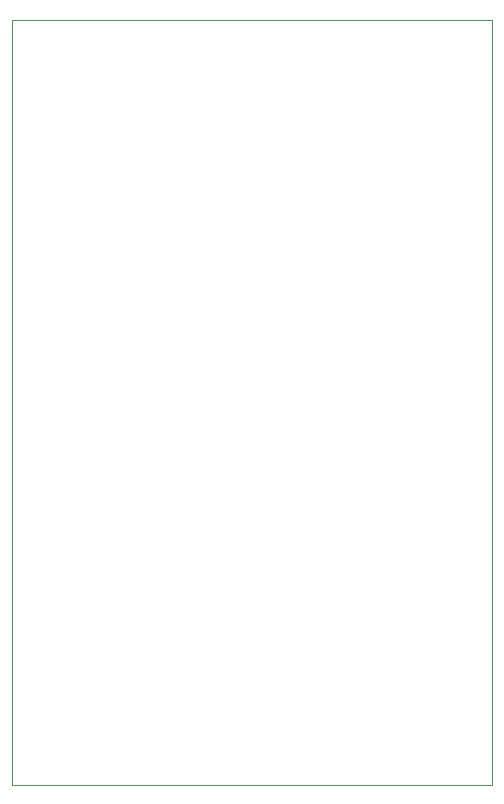
<source format=gbr>
%TF.GenerationSoftware,KiCad,Pcbnew,(5.1.10-1-10_14)*%
%TF.CreationDate,2021-09-07T21:23:44-04:00*%
%TF.ProjectId,Triple Controller,54726970-6c65-4204-936f-6e74726f6c6c,rev?*%
%TF.SameCoordinates,Original*%
%TF.FileFunction,Profile,NP*%
%FSLAX46Y46*%
G04 Gerber Fmt 4.6, Leading zero omitted, Abs format (unit mm)*
G04 Created by KiCad (PCBNEW (5.1.10-1-10_14)) date 2021-09-07 21:23:44*
%MOMM*%
%LPD*%
G01*
G04 APERTURE LIST*
%TA.AperFunction,Profile*%
%ADD10C,0.050000*%
%TD*%
G04 APERTURE END LIST*
D10*
X128270000Y-26670000D02*
X128270000Y-91440000D01*
X168910000Y-26670000D02*
X168910000Y-91440000D01*
X128270000Y-26670000D02*
X168910000Y-26670000D01*
X168910000Y-91440000D02*
X128270000Y-91440000D01*
M02*

</source>
